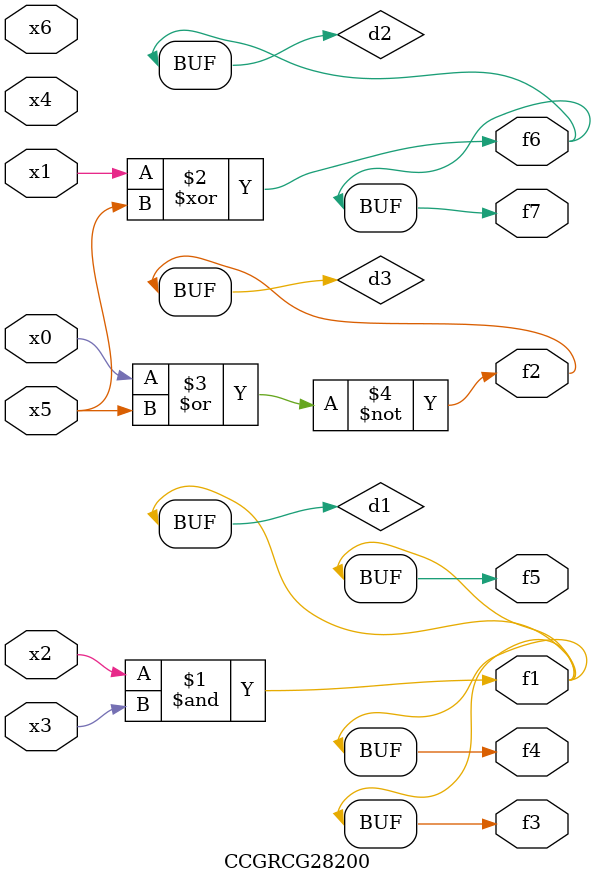
<source format=v>
module CCGRCG28200(
	input x0, x1, x2, x3, x4, x5, x6,
	output f1, f2, f3, f4, f5, f6, f7
);

	wire d1, d2, d3;

	and (d1, x2, x3);
	xor (d2, x1, x5);
	nor (d3, x0, x5);
	assign f1 = d1;
	assign f2 = d3;
	assign f3 = d1;
	assign f4 = d1;
	assign f5 = d1;
	assign f6 = d2;
	assign f7 = d2;
endmodule

</source>
